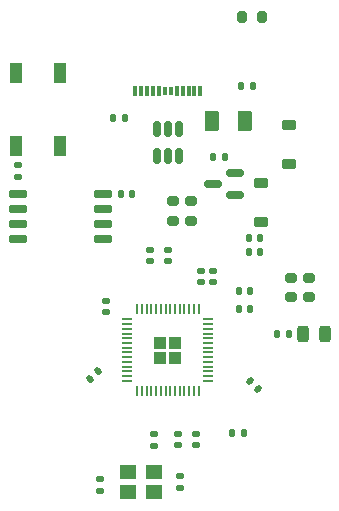
<source format=gtp>
G04 #@! TF.GenerationSoftware,KiCad,Pcbnew,(7.0.0)*
G04 #@! TF.CreationDate,2023-04-19T14:41:34-07:00*
G04 #@! TF.ProjectId,OpenRectangle,4f70656e-5265-4637-9461-6e676c652e6b,rev?*
G04 #@! TF.SameCoordinates,Original*
G04 #@! TF.FileFunction,Paste,Top*
G04 #@! TF.FilePolarity,Positive*
%FSLAX46Y46*%
G04 Gerber Fmt 4.6, Leading zero omitted, Abs format (unit mm)*
G04 Created by KiCad (PCBNEW (7.0.0)) date 2023-04-19 14:41:34*
%MOMM*%
%LPD*%
G01*
G04 APERTURE LIST*
G04 Aperture macros list*
%AMRoundRect*
0 Rectangle with rounded corners*
0 $1 Rounding radius*
0 $2 $3 $4 $5 $6 $7 $8 $9 X,Y pos of 4 corners*
0 Add a 4 corners polygon primitive as box body*
4,1,4,$2,$3,$4,$5,$6,$7,$8,$9,$2,$3,0*
0 Add four circle primitives for the rounded corners*
1,1,$1+$1,$2,$3*
1,1,$1+$1,$4,$5*
1,1,$1+$1,$6,$7*
1,1,$1+$1,$8,$9*
0 Add four rect primitives between the rounded corners*
20,1,$1+$1,$2,$3,$4,$5,0*
20,1,$1+$1,$4,$5,$6,$7,0*
20,1,$1+$1,$6,$7,$8,$9,0*
20,1,$1+$1,$8,$9,$2,$3,0*%
G04 Aperture macros list end*
%ADD10RoundRect,0.200000X0.275000X-0.200000X0.275000X0.200000X-0.275000X0.200000X-0.275000X-0.200000X0*%
%ADD11R,1.100000X1.800000*%
%ADD12RoundRect,0.140000X0.170000X-0.140000X0.170000X0.140000X-0.170000X0.140000X-0.170000X-0.140000X0*%
%ADD13RoundRect,0.200000X-0.275000X0.200000X-0.275000X-0.200000X0.275000X-0.200000X0.275000X0.200000X0*%
%ADD14RoundRect,0.150000X0.587500X0.150000X-0.587500X0.150000X-0.587500X-0.150000X0.587500X-0.150000X0*%
%ADD15RoundRect,0.140000X0.140000X0.170000X-0.140000X0.170000X-0.140000X-0.170000X0.140000X-0.170000X0*%
%ADD16RoundRect,0.135000X-0.135000X-0.185000X0.135000X-0.185000X0.135000X0.185000X-0.135000X0.185000X0*%
%ADD17RoundRect,0.140000X-0.219203X-0.021213X-0.021213X-0.219203X0.219203X0.021213X0.021213X0.219203X0*%
%ADD18RoundRect,0.135000X0.135000X0.185000X-0.135000X0.185000X-0.135000X-0.185000X0.135000X-0.185000X0*%
%ADD19R,1.400000X1.200000*%
%ADD20RoundRect,0.140000X-0.021213X0.219203X-0.219203X0.021213X0.021213X-0.219203X0.219203X-0.021213X0*%
%ADD21RoundRect,0.250000X-0.375000X-0.625000X0.375000X-0.625000X0.375000X0.625000X-0.375000X0.625000X0*%
%ADD22RoundRect,0.225000X0.375000X-0.225000X0.375000X0.225000X-0.375000X0.225000X-0.375000X-0.225000X0*%
%ADD23RoundRect,0.200000X0.200000X0.275000X-0.200000X0.275000X-0.200000X-0.275000X0.200000X-0.275000X0*%
%ADD24RoundRect,0.140000X-0.140000X-0.170000X0.140000X-0.170000X0.140000X0.170000X-0.140000X0.170000X0*%
%ADD25RoundRect,0.243750X0.243750X0.456250X-0.243750X0.456250X-0.243750X-0.456250X0.243750X-0.456250X0*%
%ADD26RoundRect,0.135000X0.185000X-0.135000X0.185000X0.135000X-0.185000X0.135000X-0.185000X-0.135000X0*%
%ADD27RoundRect,0.140000X-0.170000X0.140000X-0.170000X-0.140000X0.170000X-0.140000X0.170000X0.140000X0*%
%ADD28RoundRect,0.135000X-0.185000X0.135000X-0.185000X-0.135000X0.185000X-0.135000X0.185000X0.135000X0*%
%ADD29RoundRect,0.250000X-0.292217X-0.292217X0.292217X-0.292217X0.292217X0.292217X-0.292217X0.292217X0*%
%ADD30RoundRect,0.050000X-0.387500X-0.050000X0.387500X-0.050000X0.387500X0.050000X-0.387500X0.050000X0*%
%ADD31RoundRect,0.050000X-0.050000X-0.387500X0.050000X-0.387500X0.050000X0.387500X-0.050000X0.387500X0*%
%ADD32RoundRect,0.150000X-0.150000X0.512500X-0.150000X-0.512500X0.150000X-0.512500X0.150000X0.512500X0*%
%ADD33R,0.300000X0.900000*%
%ADD34R,0.300000X0.700000*%
%ADD35RoundRect,0.150000X-0.650000X-0.150000X0.650000X-0.150000X0.650000X0.150000X-0.650000X0.150000X0*%
G04 APERTURE END LIST*
D10*
X210570000Y-50425000D03*
X210570000Y-48775000D03*
D11*
X189459999Y-31399999D03*
X189459999Y-37599999D03*
X185759999Y-31399999D03*
X185759999Y-37599999D03*
D12*
X193344750Y-51676018D03*
X193344750Y-50716018D03*
D13*
X209030000Y-48780000D03*
X209030000Y-50430000D03*
D14*
X204290000Y-41770000D03*
X204290000Y-39870000D03*
X202415000Y-40820000D03*
D15*
X203380000Y-38580000D03*
X202420000Y-38580000D03*
D16*
X207820000Y-53510000D03*
X208840000Y-53510000D03*
D17*
X205546589Y-57476482D03*
X206225411Y-58155304D03*
D18*
X194940000Y-35230000D03*
X193920000Y-35230000D03*
D19*
X197393999Y-65189249D03*
X195193999Y-65189249D03*
X195193999Y-66889249D03*
X197393999Y-66889249D03*
D20*
X192668161Y-56698607D03*
X191989339Y-57377429D03*
D12*
X199567750Y-66535018D03*
X199567750Y-65575018D03*
D21*
X202310000Y-35460000D03*
X205110000Y-35460000D03*
D22*
X208830000Y-39130000D03*
X208830000Y-35830000D03*
D23*
X206520000Y-26720000D03*
X204870000Y-26720000D03*
D15*
X206400000Y-45425000D03*
X205440000Y-45425000D03*
D24*
X205440000Y-46625000D03*
X206400000Y-46625000D03*
D25*
X211895000Y-53500000D03*
X210020000Y-53500000D03*
D12*
X201345750Y-49136018D03*
X201345750Y-48176018D03*
D26*
X197437000Y-62993250D03*
X197437000Y-61973250D03*
D27*
X200993000Y-62003250D03*
X200993000Y-62963250D03*
D24*
X204577000Y-49910250D03*
X205537000Y-49910250D03*
D12*
X202361750Y-49136018D03*
X202361750Y-48176018D03*
D24*
X194620000Y-41640000D03*
X195580000Y-41640000D03*
D27*
X192865000Y-65829018D03*
X192865000Y-66789018D03*
D13*
X200540000Y-42315000D03*
X200540000Y-43965000D03*
D28*
X185850000Y-39210000D03*
X185850000Y-40230000D03*
D13*
X199010000Y-42315000D03*
X199010000Y-43965000D03*
D12*
X198580000Y-47342250D03*
X198580000Y-46382250D03*
D22*
X206450000Y-44060000D03*
X206450000Y-40760000D03*
D27*
X199469000Y-62003250D03*
X199469000Y-62963250D03*
D29*
X197942500Y-54257500D03*
X197942500Y-55532500D03*
X199217500Y-54257500D03*
X199217500Y-55532500D03*
D30*
X195142500Y-52295000D03*
X195142500Y-52695000D03*
X195142500Y-53095000D03*
X195142500Y-53495000D03*
X195142500Y-53895000D03*
X195142500Y-54295000D03*
X195142500Y-54695000D03*
X195142500Y-55095000D03*
X195142500Y-55495000D03*
X195142500Y-55895000D03*
X195142500Y-56295000D03*
X195142500Y-56695000D03*
X195142500Y-57095000D03*
X195142500Y-57495000D03*
D31*
X195980000Y-58332500D03*
X196380000Y-58332500D03*
X196780000Y-58332500D03*
X197180000Y-58332500D03*
X197580000Y-58332500D03*
X197980000Y-58332500D03*
X198380000Y-58332500D03*
X198780000Y-58332500D03*
X199180000Y-58332500D03*
X199580000Y-58332500D03*
X199980000Y-58332500D03*
X200380000Y-58332500D03*
X200780000Y-58332500D03*
X201180000Y-58332500D03*
D30*
X202017500Y-57495000D03*
X202017500Y-57095000D03*
X202017500Y-56695000D03*
X202017500Y-56295000D03*
X202017500Y-55895000D03*
X202017500Y-55495000D03*
X202017500Y-55095000D03*
X202017500Y-54695000D03*
X202017500Y-54295000D03*
X202017500Y-53895000D03*
X202017500Y-53495000D03*
X202017500Y-53095000D03*
X202017500Y-52695000D03*
X202017500Y-52295000D03*
D31*
X201180000Y-51457500D03*
X200780000Y-51457500D03*
X200380000Y-51457500D03*
X199980000Y-51457500D03*
X199580000Y-51457500D03*
X199180000Y-51457500D03*
X198780000Y-51457500D03*
X198380000Y-51457500D03*
X197980000Y-51457500D03*
X197580000Y-51457500D03*
X197180000Y-51457500D03*
X196780000Y-51457500D03*
X196380000Y-51457500D03*
X195980000Y-51457500D03*
D12*
X197056000Y-47342250D03*
X197056000Y-46382250D03*
D18*
X205010000Y-61930000D03*
X203990000Y-61930000D03*
D32*
X199530000Y-36212500D03*
X198580000Y-36212500D03*
X197630000Y-36212500D03*
X197630000Y-38487500D03*
X198580000Y-38487500D03*
X199530000Y-38487500D03*
D24*
X204577000Y-51434250D03*
X205537000Y-51434250D03*
D16*
X204750000Y-32570000D03*
X205770000Y-32570000D03*
D33*
X201328499Y-32919999D03*
X200828499Y-32919999D03*
X200328499Y-32919999D03*
X199828499Y-32919999D03*
X199328499Y-32919999D03*
D34*
X198828499Y-32919999D03*
X198328499Y-32919999D03*
D33*
X197828499Y-32919999D03*
X197328499Y-32919999D03*
X196828499Y-32919999D03*
X196328499Y-32919999D03*
X195828499Y-32919999D03*
D35*
X185850000Y-41645000D03*
X185850000Y-42915000D03*
X185850000Y-44185000D03*
X185850000Y-45455000D03*
X193050000Y-45455000D03*
X193050000Y-44185000D03*
X193050000Y-42915000D03*
X193050000Y-41645000D03*
M02*

</source>
